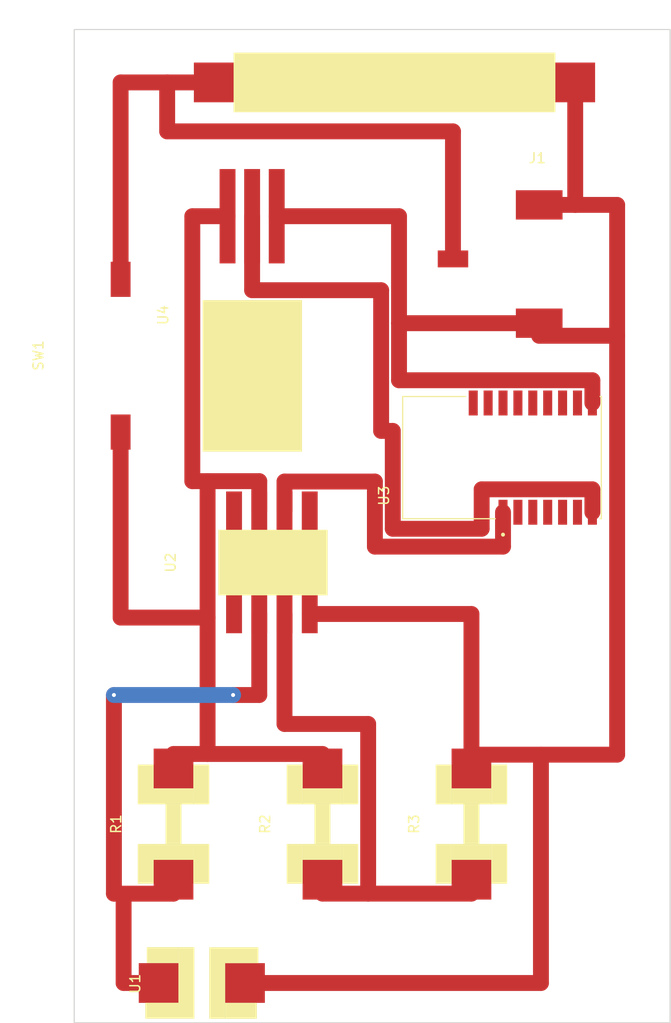
<source format=kicad_pcb>
(kicad_pcb (version 20211014) (generator pcbnew)
  (layers (0 "F.Cu" signal) (31 "B.Cu" signal) (34 "B.Paste" user) (35 "F.Paste" user) (36 "B.SilkS" user "B.Silkscreen") (37 "F.SilkS" user "F.Silkscreen") (38 "B.Mask" user) (39 "F.Mask" user) (44 "Edge.Cuts" user))
  (net 0 "")
  (net 1 "Net-(R1-Pad1)")
  (net 2 "Net-(R2-Pad1)")
  (net 5 "Net-(BT1-Pad1)")
  (net 7 "Net-(U2-Pad6)")
  (net 8 "Net-(BT1-Pad2)")
  (net 9 "Net-(R1-Pad2)")
  (net 23 "Net-(U3-Pad7)")
  (footprint "4DPrinting:TPU" (layer "F.Cu") (at 40 -20 90)
    (fp_text reference "R3" (at 0 -5.78 90 unlocked) (layer "F.SilkS"))
    (fp_text value "TPU")
    (fp_rect (start 1.99 -3.6) (end 5.99 -2) (layer "F.SilkS") (width 0.0001) (fill solid))
    (fp_rect (start -6 2) (end -2 3.6) (layer "F.SilkS") (width 0.0001) (fill solid))
    (fp_rect (start 1.99 -2) (end 3.59 2) (layer "F.SilkS") (width 0.0001) (fill solid))
    (fp_rect (start -3.6 -2) (end -2 2) (layer "F.SilkS") (width 0.0001) (fill solid))
    (fp_rect (start -6 -3.6) (end -2 -2) (layer "F.SilkS") (width 0.0001) (fill solid))
    (fp_rect (start -2 -0.8) (end 2 0.8) (layer "F.SilkS") (width 0.0001) (fill solid))
    (fp_rect (start 1.99 2) (end 5.99 3.6) (layer "F.SilkS") (width 0.0001) (fill solid))
    (pad "1" smd rect (at -5.6 0 90) (size 4 4) (layers "F.Cu" "F.Paste" "F.Mask") (net 2 "Net-(R2-Pad1)"))
    (pad "2" smd rect (at 5.6 0 90) (size 4 4) (layers "F.Cu" "F.Paste" "F.Mask") (net 8 "Net-(BT1-Pad2)"))
  )
  (footprint "4DPrinting:voltage_regulator" (layer "F.Cu") (at 17.99 -71.23 90)
    (fp_text reference "U4" (at 0.02 -9.03 90 unlocked) (layer "F.SilkS"))
    (fp_text value "LD1117V33")
    (fp_rect (start -13.73 -5.05) (end 1.52 4.95) (layer "F.SilkS") (width 0.0001) (fill solid))
    (pad "1" smd rect (at 9.97 2.4 90) (size 9.5 1.6) (layers "F.Cu" "F.Paste" "F.Mask") (net 8 "Net-(BT1-Pad2)"))
    (pad "2" smd rect (at 9.97 -0.075 90) (size 9.5 1.6) (layers "F.Cu" "F.Paste" "F.Mask") (net 23 "Net-(U3-Pad7)"))
    (pad "3" smd rect (at 9.97 -2.55 90) (size 9.5 1.6) (layers "F.Cu" "F.Paste" "F.Mask") (net 9 "Net-(R1-Pad2)"))
  )
  (footprint "4DPrinting:Battery" (layer "F.Cu") (at 32.25 -94.67 -90)
    (fp_text reference "BT1" (at -0.08 -5.9 -90 unlocked) (layer "F.SilkS"))
    (fp_text value "Battery")
    (fp_rect (start -3 -16.2) (end 3 16.2) (layer "F.SilkS") (width 0.001) (fill solid))
    (pad "1" smd rect (at 0 18.2 270) (size 4 4) (layers "F.Cu" "F.Paste" "F.Mask") (net 5 "Net-(BT1-Pad1)"))
    (pad "2" smd rect (at 0 -18.2 270) (size 4 4) (layers "F.Cu" "F.Paste" "F.Mask") (net 8 "Net-(BT1-Pad2)"))
  )
  (footprint "4DPrinting:wave_gen" (layer "F.Cu") (at 12.85 -4 90)
    (fp_text reference "U1" (at -0.08 -6.71 90 unlocked) (layer "F.SilkS"))
    (fp_text value "Wave Gen")
    (fp_rect (start -3.59 -2.34) (end -1.99 -5.69) (layer "F.SilkS") (width 0.0001) (fill solid))
    (fp_rect (start -2 2.35) (end -3.6 5.54) (layer "F.SilkS") (width 0.0001) (fill solid))
    (fp_rect (start 3.6 2.34) (end 2 5.69) (layer "F.SilkS") (width 0.0001) (fill solid))
    (fp_rect (start 3.61 -0.75) (end -3.59 -2.35) (layer "F.SilkS") (width 0.0001) (fill solid))
    (fp_rect (start -3.6 0.75) (end 3.6 2.35) (layer "F.SilkS") (width 0.0001) (fill solid))
    (fp_rect (start 2.01 -2.35) (end 3.61 -5.54) (layer "F.SilkS") (width 0.0001) (fill solid))
    (pad "1" smd rect (at 0 4.35 90) (size 4 4) (layers "F.Cu" "F.Paste" "F.Mask") (net 8 "Net-(BT1-Pad2)"))
    (pad "2" smd rect (at 0 -4.35 270) (size 4 4) (layers "F.Cu" "F.Paste" "F.Mask") (net 1 "Net-(R1-Pad1)"))
  )
  (footprint "4DPrinting:charge_port" (layer "F.Cu") (at 46.67 -76.39)
    (fp_text reference "J1" (at -0.04 -10.66 unlocked) (layer "F.SilkS"))
    (fp_text value "Barrel_Jack_Switch")
    (fp_rect (start -7 -4.48) (end 7 4.48) (layer "F.SilkS") (width 0.0001) (fill none))
    (pad "1" smd rect (at -8.53 -0.51 180) (size 3.07 1.7) (layers "F.Cu" "F.Paste" "F.Mask") (net 5 "Net-(BT1-Pad1)"))
    (pad "2" smd rect (at 0.15 5.96 180) (size 4.7 2.95) (layers "F.Cu" "F.Paste" "F.Mask") (net 8 "Net-(BT1-Pad2)"))
    (pad "3" smd rect (at 0.15 -5.95 180) (size 4.7 2.95) (layers "F.Cu" "F.Paste" "F.Mask") (net 8 "Net-(BT1-Pad2)"))
  )
  (footprint "4DPrinting:custom_lf356" (layer "F.Cu") (at 20.0152 -46.3296 90)
    (fp_text reference "U2" (at 0 -10.31 90 unlocked) (layer "F.SilkS"))
    (fp_text value "LF356")
    (fp_rect (start -3.3 -5.5) (end 3.3 5.5) (layer "F.SilkS") (width 0.0001) (fill solid))
    (pad "1" smd rect (at -5.1775 -3.92 90) (size 3.875 1.6) (layers "F.Cu" "F.Paste" "F.Mask"))
    (pad "2" smd rect (at -5.1775 -1.38 90) (size 3.875 1.6) (layers "F.Cu" "F.Paste" "F.Mask") (net 1 "Net-(R1-Pad1)"))
    (pad "3" smd rect (at -5.1775 1.16 90) (size 3.875 1.6) (layers "F.Cu" "F.Paste" "F.Mask") (net 2 "Net-(R2-Pad1)"))
    (pad "4" smd rect (at -5.1775 3.7 90) (size 3.875 1.6) (layers "F.Cu" "F.Paste" "F.Mask") (net 8 "Net-(BT1-Pad2)"))
    (pad "5" smd rect (at 5.22 3.7 90) (size 3.875 1.6) (layers "F.Cu" "F.Paste" "F.Mask"))
    (pad "6" smd rect (at 5.22 1.16 90) (size 3.875 1.6) (layers "F.Cu" "F.Paste" "F.Mask") (net 7 "Net-(U2-Pad6)"))
    (pad "7" smd rect (at 5.22 -1.38 90) (size 3.875 1.6) (layers "F.Cu" "F.Paste" "F.Mask") (net 9 "Net-(R1-Pad2)"))
    (pad "8" smd rect (at 5.22 -3.92 90) (size 3.875 1.6) (layers "F.Cu" "F.Paste" "F.Mask"))
  )
  (footprint "4DPrinting:TPU" (layer "F.Cu") (at 10 -20 90)
    (fp_text reference "R1" (at 0 -5.78 90 unlocked) (layer "F.SilkS"))
    (fp_text value "TPU")
    (fp_rect (start -3.6 -2) (end -2 2) (layer "F.SilkS") (width 0.0001) (fill solid))
    (fp_rect (start -2 -0.8) (end 2 0.8) (layer "F.SilkS") (width 0.0001) (fill solid))
    (fp_rect (start -6 2) (end -2 3.6) (layer "F.SilkS") (width 0.0001) (fill solid))
    (fp_rect (start 1.99 2) (end 5.99 3.6) (layer "F.SilkS") (width 0.0001) (fill solid))
    (fp_rect (start 1.99 -2) (end 3.59 2) (layer "F.SilkS") (width 0.0001) (fill solid))
    (fp_rect (start 1.99 -3.6) (end 5.99 -2) (layer "F.SilkS") (width 0.0001) (fill solid))
    (fp_rect (start -6 -3.6) (end -2 -2) (layer "F.SilkS") (width 0.0001) (fill solid))
    (pad "1" smd rect (at -5.6 0 90) (size 4 4) (layers "F.Cu" "F.Paste" "F.Mask") (net 1 "Net-(R1-Pad1)"))
    (pad "2" smd rect (at 5.6 0 90) (size 4 4) (layers "F.Cu" "F.Paste" "F.Mask") (net 9 "Net-(R1-Pad2)"))
  )
  (footprint "4DPrinting:switch" (layer "F.Cu") (at 4.6736 -67.1576 90)
    (fp_text reference "SW1" (at 0.02 -8.28 90 unlocked) (layer "F.SilkS"))
    (fp_text value "SW_Push")
    (fp_rect (start -5.95 4.1) (end 5.95 -4.1) (layer "F.SilkS") (width 0.001) (fill none))
    (pad "1" smd rect (at -7.69 0 90) (size 3.54 2) (layers "F.Cu" "F.Paste" "F.Mask") (net 9 "Net-(R1-Pad2)"))
    (pad "2" smd rect (at 7.69 0 90) (size 3.54 2) (layers "F.Cu" "F.Paste" "F.Mask") (net 5 "Net-(BT1-Pad1)"))
  )
  (footprint "4DPrinting:TPU" (layer "F.Cu") (at 25 -20 90)
    (fp_text reference "R2" (at 0 -5.78 90 unlocked) (layer "F.SilkS"))
    (fp_text value "TPU")
    (fp_rect (start -6 2) (end -2 3.6) (layer "F.SilkS") (width 0.0001) (fill solid))
    (fp_rect (start 1.99 -2) (end 3.59 2) (layer "F.SilkS") (width 0.0001) (fill solid))
    (fp_rect (start 1.99 2) (end 5.99 3.6) (layer "F.SilkS") (width 0.0001) (fill solid))
    (fp_rect (start -6 -3.6) (end -2 -2) (layer "F.SilkS") (width 0.0001) (fill solid))
    (fp_rect (start -2 -0.8) (end 2 0.8) (layer "F.SilkS") (width 0.0001) (fill solid))
    (fp_rect (start -3.6 -2) (end -2 2) (layer "F.SilkS") (width 0.0001) (fill solid))
    (fp_rect (start 1.99 -3.6) (end 5.99 -2) (layer "F.SilkS") (width 0.0001) (fill solid))
    (pad "1" smd rect (at -5.6 0 90) (size 4 4) (layers "F.Cu" "F.Paste" "F.Mask") (net 2 "Net-(R2-Pad1)"))
    (pad "2" smd rect (at 5.6 0 90) (size 4 4) (layers "F.Cu" "F.Paste" "F.Mask") (net 9 "Net-(R1-Pad2)"))
  )
  (footprint "4DPrinting:MODULE_ESP-M2" (layer "F.Cu") (at 43.0776 -56.896 90)
    (fp_text reference "U3" (at -3.83 -11.885 90) (layer "F.SilkS"))
    (fp_text value "ESP-M2")
    (fp_line (start 6.15 -10) (end -6.15 -10) (layer "F.SilkS") (width 0.127))
    (fp_line (start 6.15 -3.675) (end 6.15 -10) (layer "F.SilkS") (width 0.127))
    (fp_line (start -6.15 -10) (end -6.15 -0.675) (layer "F.SilkS") (width 0.127))
    (fp_line (start -6.15 10) (end -6.15 9.875) (layer "F.SilkS") (width 0.127))
    (fp_line (start 6.15 10) (end 6.15 9.875) (layer "F.SilkS") (width 0.127))
    (fp_line (start -6.15 10) (end 6.15 10) (layer "F.SilkS") (width 0.127))
    (fp_circle (center -7.755 0.1) (end -7.655 0.1) (layer "F.SilkS") (width 0.2) (fill none))
    (pad "1" smd rect (at -5.5 0.1 90) (size 2.51 0.91) (layers "F.Cu" "F.Paste" "F.Mask") (net 7 "Net-(U2-Pad6)"))
    (pad "2" smd rect (at -5.5 1.6 90) (size 2.51 0.91) (layers "F.Cu" "F.Paste" "F.Mask"))
    (pad "3" smd rect (at -5.5 3.1 90) (size 2.51 0.91) (layers "F.Cu" "F.Paste" "F.Mask"))
    (pad "4" smd rect (at -5.5 4.6 90) (size 2.51 0.91) (layers "F.Cu" "F.Paste" "F.Mask"))
    (pad "5" smd rect (at -5.5 6.1 90) (size 2.51 0.91) (layers "F.Cu" "F.Paste" "F.Mask"))
    (pad "6" smd rect (at -5.5 7.6 90) (size 2.51 0.91) (layers "F.Cu" "F.Paste" "F.Mask"))
    (pad "7" smd rect (at -5.5 9.1 90) (size 2.51 0.91) (layers "F.Cu" "F.Paste" "F.Mask") (net 23 "Net-(U3-Pad7)"))
    (pad "8" smd rect (at 5.5 9.1 90) (size 2.51 0.91) (layers "F.Cu" "F.Paste" "F.Mask") (net 8 "Net-(BT1-Pad2)"))
    (pad "9" smd rect (at 5.5 7.6 90) (size 2.51 0.91) (layers "F.Cu" "F.Paste" "F.Mask"))
    (pad "10" smd rect (at 5.5 6.1 90) (size 2.51 0.91) (layers "F.Cu" "F.Paste" "F.Mask"))
    (pad "11" smd rect (at 5.5 4.6 90) (size 2.51 0.91) (layers "F.Cu" "F.Paste" "F.Mask"))
    (pad "12" smd rect (at 5.5 3.1 90) (size 2.51 0.91) (layers "F.Cu" "F.Paste" "F.Mask"))
    (pad "13" smd rect (at 5.5 1.6 90) (size 2.51 0.91) (layers "F.Cu" "F.Paste" "F.Mask"))
    (pad "14" smd rect (at 5.5 0.1 90) (size 2.51 0.91) (layers "F.Cu" "F.Paste" "F.Mask"))
    (pad "15" smd rect (at 5.5 -1.4 90) (size 2.51 0.91) (layers "F.Cu" "F.Paste" "F.Mask"))
    (pad "16" smd rect (at 5.5 -2.9 90) (size 2.51 0.91) (layers "F.Cu" "F.Paste" "F.Mask"))
  )
  (gr_rect (start 60 -100) (end 0 0) (layer "Edge.Cuts") (width 0.1) (fill none))
  (segment (start 18.6352 -32.996) (end 18.6352 -41.1521) (width 1.6) (layer "F.Cu") (net 1))
  (segment (start 4 -12.9957) (end 4 -32.996) (width 1.6) (layer "F.Cu") (net 1))
  (segment (start 4.975 -12.9957) (end 4.975 -4) (width 1.6) (layer "F.Cu") (net 1))
  (segment (start 4.975 -12.9957) (end 4 -12.9957) (width 1.6) (layer "F.Cu") (net 1))
  (segment (start 10 -12.9957) (end 4.975 -12.9957) (width 1.6) (layer "F.Cu") (net 1))
  (segment (start 10 -14.4) (end 10 -12.9957) (width 1.6) (layer "F.Cu") (net 1))
  (segment (start 4.975 -4) (end 8.5 -4) (width 1.6) (layer "F.Cu") (net 1))
  (segment (start 16 -32.996) (end 18.6352 -32.996) (width 1.6) (layer "F.Cu") (net 1))
  (via (at 16 -32.996) (size 0.8) (drill 0.4) (layers "F.Cu" "B.Cu") (net 1))
  (via (at 4 -32.996) (size 0.8) (drill 0.4) (layers "F.Cu" "B.Cu") (net 1))
  (segment (start 16 -32.996) (end 4 -32.996) (width 1.6) (layer "B.Cu") (net 1))
  (segment (start 40 -12.9998) (end 29.6002 -12.9998) (width 1.6) (layer "F.Cu") (net 2))
  (segment (start 21.1752 -30.0806) (end 29.6002 -30.0806) (width 1.6) (layer "F.Cu") (net 2))
  (segment (start 40 -14.4) (end 40 -12.9998) (width 1.6) (layer "F.Cu") (net 2))
  (segment (start 29.6002 -30.0806) (end 29.6002 -12.9998) (width 1.6) (layer "F.Cu") (net 2))
  (segment (start 25 -12.9998) (end 25 -14.4) (width 1.6) (layer "F.Cu") (net 2))
  (segment (start 21.1752 -41.1521) (end 21.1752 -30.0806) (width 1.6) (layer "F.Cu") (net 2))
  (segment (start 29.6002 -12.9998) (end 25 -12.9998) (width 1.6) (layer "F.Cu") (net 2))
  (segment (start 9.3618 -94.67) (end 14.05 -94.67) (width 1.6) (layer "F.Cu") (net 5))
  (segment (start 9.3618 -89.7425) (end 38.14 -89.7425) (width 1.6) (layer "F.Cu") (net 5))
  (segment (start 4.6736 -74.8476) (end 4.6736 -94.67) (width 1.6) (layer "F.Cu") (net 5))
  (segment (start 38.14 -89.7425) (end 38.14 -76.9) (width 1.6) (layer "F.Cu") (net 5))
  (segment (start 9.3618 -94.67) (end 9.3618 -89.7425) (width 1.6) (layer "F.Cu") (net 5))
  (segment (start 4.6736 -94.67) (end 9.3618 -94.67) (width 1.6) (layer "F.Cu") (net 5))
  (segment (start 21.1752 -54.4873) (end 30.2773 -54.4873) (width 1.6) (layer "F.Cu") (net 7))
  (segment (start 21.1752 -51.5496) (end 21.1752 -54.4873) (width 1.6) (layer "F.Cu") (net 7))
  (segment (start 30.2773 -54.4873) (end 30.2773 -47.9361) (width 1.6) (layer "F.Cu") (net 7))
  (segment (start 30.2773 -47.9361) (end 43.1776 -47.9361) (width 1.6) (layer "F.Cu") (net 7))
  (segment (start 43.1776 -47.9361) (end 43.1776 -51.396) (width 1.6) (layer "F.Cu") (net 7))
  (segment (start 32.7069 -70.43) (end 46.82 -70.43) (width 1.6) (layer "F.Cu") (net 8))
  (segment (start 32.7069 -64.6843) (end 32.7069 -70.43) (width 1.6) (layer "F.Cu") (net 8))
  (segment (start 52.1776 -64.6843) (end 32.7069 -64.6843) (width 1.6) (layer "F.Cu") (net 8))
  (segment (start 46.9976 -4) (end 17.2 -4) (width 1.6) (layer "F.Cu") (net 8))
  (segment (start 40 -26.9902) (end 46.9976 -26.9902) (width 1.6) (layer "F.Cu") (net 8))
  (segment (start 46.9976 -26.9902) (end 54.6702 -26.9902) (width 1.6) (layer "F.Cu") (net 8))
  (segment (start 20.39 -81.2) (end 32.7069 -81.2) (width 1.6) (layer "F.Cu") (net 8))
  (segment (start 54.6702 -82.34) (end 50.45 -82.34) (width 1.6) (layer "F.Cu") (net 8))
  (segment (start 40 -41.1521) (end 40 -26.9902) (width 1.6) (layer "F.Cu") (net 8))
  (segment (start 46.9976 -26.9902) (end 46.9976 -4) (width 1.6) (layer "F.Cu") (net 8))
  (segment (start 23.7152 -41.1521) (end 40 -41.1521) (width 1.6) (layer "F.Cu") (net 8))
  (segment (start 50.45 -82.34) (end 50.45 -94.67) (width 1.6) (layer "F.Cu") (net 8))
  (segment (start 50.45 -82.34) (end 46.82 -82.34) (width 1.6) (layer "F.Cu") (net 8))
  (segment (start 54.6702 -69.1651) (end 46.82 -69.1651) (width 1.6) (layer "F.Cu") (net 8))
  (segment (start 40 -26.9902) (end 40 -25.6) (width 1.6) (layer "F.Cu") (net 8))
  (segment (start 54.6702 -26.9902) (end 54.6702 -69.1651) (width 1.6) (layer "F.Cu") (net 8))
  (segment (start 32.7069 -81.2) (end 32.7069 -70.43) (width 1.6) (layer "F.Cu") (net 8))
  (segment (start 54.6702 -69.1651) (end 54.6702 -82.34) (width 1.6) (layer "F.Cu") (net 8))
  (segment (start 52.1776 -62.396) (end 52.1776 -64.6843) (width 1.6) (layer "F.Cu") (net 8))
  (segment (start 46.82 -69.1651) (end 46.82 -70.43) (width 1.6) (layer "F.Cu") (net 8))
  (segment (start 18.6352 -51.5496) (end 18.6352 -54.5261) (width 1.6) (layer "F.Cu") (net 9))
  (segment (start 13.4301 -27.0585) (end 13.4301 -40.7923) (width 1.6) (layer "F.Cu") (net 9))
  (segment (start 25 -25.6) (end 25 -27.0585) (width 1.6) (layer "F.Cu") (net 9))
  (segment (start 13.4301 -27.0585) (end 10 -27.0585) (width 1.6) (layer "F.Cu") (net 9))
  (segment (start 10 -27.0585) (end 10 -25.6) (width 1.6) (layer "F.Cu") (net 9))
  (segment (start 11.8945 -54.5261) (end 13.4301 -54.5261) (width 1.6) (layer "F.Cu") (net 9))
  (segment (start 4.6736 -40.7923) (end 4.6736 -59.4676) (width 1.6) (layer "F.Cu") (net 9))
  (segment (start 13.4301 -40.7923) (end 4.6736 -40.7923) (width 1.6) (layer "F.Cu") (net 9))
  (segment (start 13.4301 -40.7923) (end 13.4301 -54.5261) (width 1.6) (layer "F.Cu") (net 9))
  (segment (start 25 -27.0585) (end 13.4301 -27.0585) (width 1.6) (layer "F.Cu") (net 9))
  (segment (start 18.6352 -54.5261) (end 13.4301 -54.5261) (width 1.6) (layer "F.Cu") (net 9))
  (segment (start 15.44 -81.2) (end 11.8945 -81.2) (width 1.6) (layer "F.Cu") (net 9))
  (segment (start 11.8945 -81.2) (end 11.8945 -54.5261) (width 1.6) (layer "F.Cu") (net 9))
  (segment (start 32.0774 -59.5858) (end 30.9067 -59.5858) (width 1.6) (layer "F.Cu") (net 23))
  (segment (start 30.9067 -59.5858) (end 30.9067 -73.7502) (width 1.6) (layer "F.Cu") (net 23))
  (segment (start 52.1776 -51.396) (end 52.1776 -53.7027) (width 1.6) (layer "F.Cu") (net 23))
  (segment (start 17.915 -73.7502) (end 17.915 -81.2) (width 1.6) (layer "F.Cu") (net 23))
  (segment (start 41.0276 -53.7027) (end 41.0276 -49.7362) (width 1.6) (layer "F.Cu") (net 23))
  (segment (start 41.0276 -49.7362) (end 32.0774 -49.7362) (width 1.6) (layer "F.Cu") (net 23))
  (segment (start 30.9067 -73.7502) (end 17.915 -73.7502) (width 1.6) (layer "F.Cu") (net 23))
  (segment (start 52.1776 -53.7027) (end 41.0276 -53.7027) (width 1.6) (layer "F.Cu") (net 23))
  (segment (start 32.0774 -49.7362) (end 32.0774 -59.5858) (width 1.6) (layer "F.Cu") (net 23))
)
</source>
